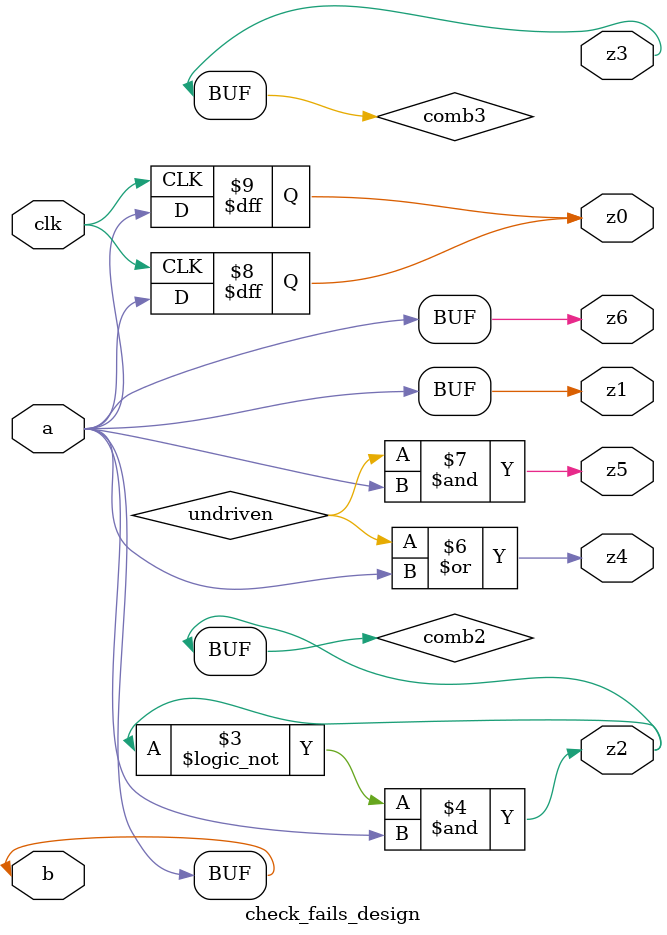
<source format=v>

module check_fails_design(clk, a, b, z0, z1, z2, z3, z4, z5, z6);

	input               clk;

	input               a;
	input               b;
	output              z0;
	output              z1;
	output              z2;
	output              z3;
	output              z4;
	output              z5;
	output              z6;

    always @(posedge clk)
        z0 <= a;

    always @(posedge clk)
        z0 <= b;

    assign z1 = a;
    assign z1 = b;

    wire   comb2;
    assign comb2 = !z2 & a;
    assign z2 = comb2;

    wire   comb3;
    assign comb3 = !z3;
    assign z3 = comb3;

    wire   undriven;
    assign z4 = undriven | b;
    assign z5 = undriven & b;

    assign z6 = b;

endmodule


</source>
